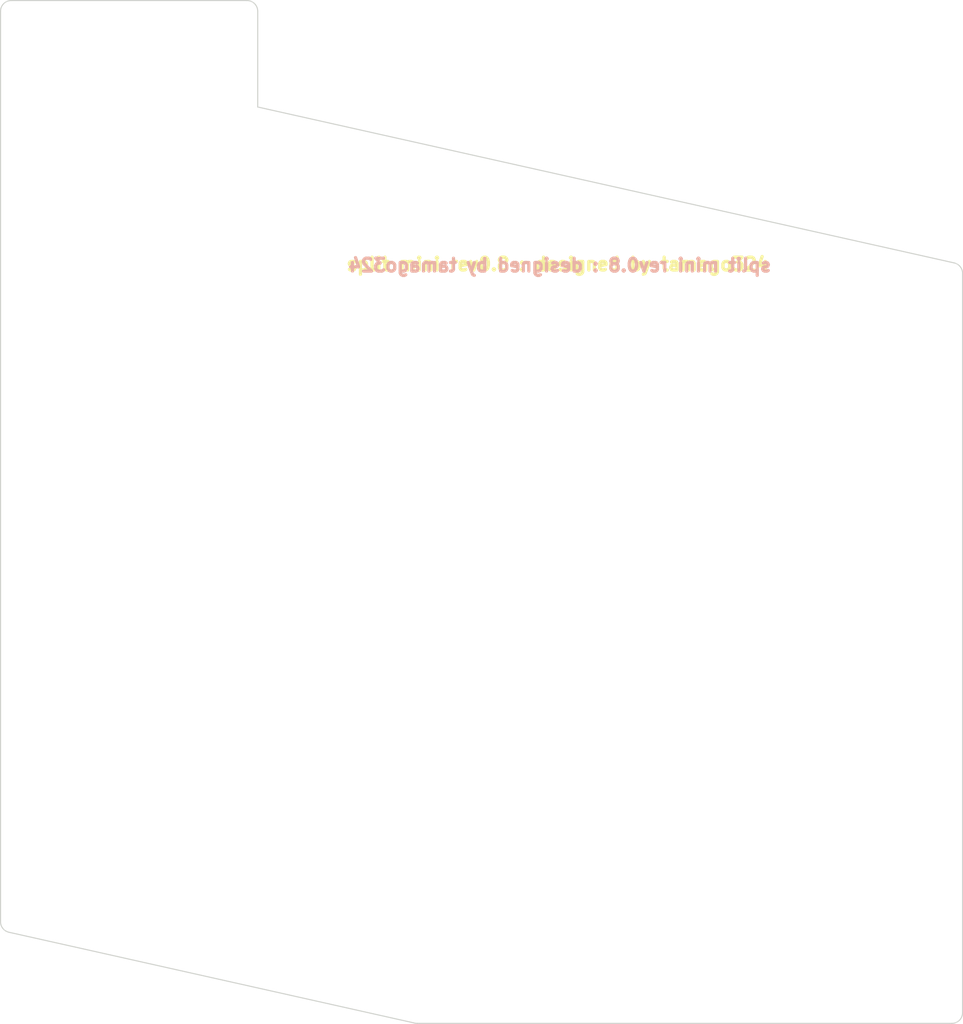
<source format=kicad_pcb>
(kicad_pcb (version 20211014) (generator pcbnew)
  (layers (0 "F.Cu" signal) (31 "B.Cu" signal) (34 "B.Paste" user) (35 "F.Paste" user) (36 "B.SilkS" user "B.Silkscreen") (37 "F.SilkS" user "F.Silkscreen") (38 "B.Mask" user) (39 "F.Mask" user) (44 "Edge.Cuts" user))
  (net 0 "")
  (footprint "split-mini:spacer_m2_2.2mm" (layer "F.Cu") (at 99.71 49.06)
    (fp_text reference "HOLE3" hide)
    (fp_text value "Val**" hide)
    (pad "" np_thru_hole circle (at 0 0) (size 2.2 2.2) (drill 2.2) (layers F&B.Cu *.Mask))
  )
  (footprint "split-mini:spacer_m2_2.2mm" (layer "F.Cu") (at 60.48 112.87)
    (fp_text reference "HOLE5" hide)
    (fp_text value "Val**" hide)
    (pad "" np_thru_hole circle (at 0 0) (size 2.2 2.2) (drill 2.2) (layers F&B.Cu *.Mask))
  )
  (footprint "split-mini:spacer_m2_2.2mm" (layer "F.Cu") (at 33.69 108.03)
    (fp_text reference "HOLE4" hide)
    (fp_text value "Val*" hide)
    (pad "" np_thru_hole circle (at 0 0) (size 2.2 2.2) (drill 2.2) (layers F&B.Cu *.Mask))
  )
  (footprint "split-mini:spacer_m2_2.2mm" (layer "F.Cu") (at 110.2 93.56)
    (fp_text reference "HOLE2" hide)
    (fp_text value "Val**" hide)
    (pad "" np_thru_hole circle (at 0 0) (size 2.2 2.2) (drill 2.2) (layers F&B.Cu *.Mask))
  )
  (footprint "split-mini:spacer_m2_2.2mm" (layer "F.Cu") (at 33.73 54.53)
    (fp_text reference "HOLE1" hide)
    (fp_text value "Val**" hide)
    (pad "" np_thru_hole circle (at 0 0) (size 2.2 2.2) (drill 2.2) (layers F&B.Cu *.Mask))
  )
  (gr_line (start 113.7 47.98) (end 48.706692 33.440758) (layer "Edge.Cuts") (width 0.1))
  (gr_line (start 114.481692 117.888869) (end 114.481692 48.95588) (layer "Edge.Cuts") (width 0.1))
  (gr_arc (start 24.706692 24.513869) (mid 24.999585 23.806762) (end 25.706692 23.513869) (layer "Edge.Cuts") (width 0.1))
  (gr_arc (start 114.481692 117.888869) (mid 114.188795 118.595977) (end 113.481692 118.888869) (layer "Edge.Cuts") (width 0.1))
  (gr_arc (start 113.7 47.98) (mid 114.262145 48.330714) (end 114.481692 48.95588) (layer "Edge.Cuts") (width 0.1))
  (gr_line (start 63.592178 118.888869) (end 113.481692 118.888869) (layer "Edge.Cuts") (width 0.1))
  (gr_line (start 25.488384 110.389626) (end 63.37387 118.864748) (layer "Edge.Cuts") (width 0.1))
  (gr_arc (start 63.592178 118.888869) (mid 63.482359 118.882823) (end 63.37387 118.864748) (layer "Edge.Cuts") (width 0.1))
  (gr_line (start 24.706692 24.513869) (end 24.706692 109.413746) (layer "Edge.Cuts") (width 0.1))
  (gr_arc (start 25.488384 110.389626) (mid 24.926209 110.038923) (end 24.706692 109.413746) (layer "Edge.Cuts") (width 0.1))
  (gr_line (start 47.706692 23.513869) (end 25.706692 23.513869) (layer "Edge.Cuts") (width 0.1))
  (gr_arc (start 47.706692 23.513869) (mid 48.413798 23.806763) (end 48.706692 24.513869) (layer "Edge.Cuts") (width 0.1))
  (gr_line (start 48.706692 24.513869) (end 48.706692 33.440758) (layer "Edge.Cuts") (width 0.1))
  (gr_text "split mini rev0.8 : designed by tamago324" (at 76.89 48.2) (layer "B.SilkS") (effects (font (size 1.2 1.2) (thickness 0.3)) (justify mirror)))
  (gr_text "split mini rev0.8 : designed by tamago324" (at 76.72 48.1) (layer "F.SilkS") (effects (font (size 1.2 1.2) (thickness 0.3))))
)
</source>
